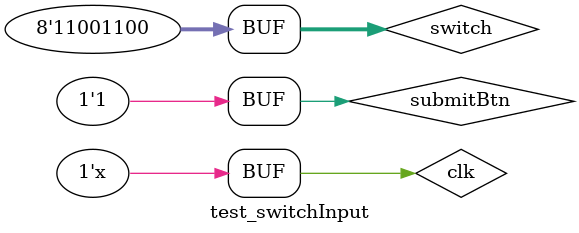
<source format=v>
`timescale 1ns / 1ps

module test_switchInput;
wire [7:0] character;
wire outputReady;

reg [7:0] switch;
reg submitBtn;
reg clk;

switchInput sw(
	character,
	outputReady,
	switch,
	submitBtn,
	clk
);

initial begin
	clk = 0;
	switch = 0;
	submitBtn = 0;
	
	#1000000
	switch = 8'b11001100;
	
	#1000000
	submitBtn = 1;
	
	#2000000
	submitBtn = 0;
	
	#2000000
	submitBtn = 1;
	
end

always #100000 clk = ~clk;

endmodule

</source>
